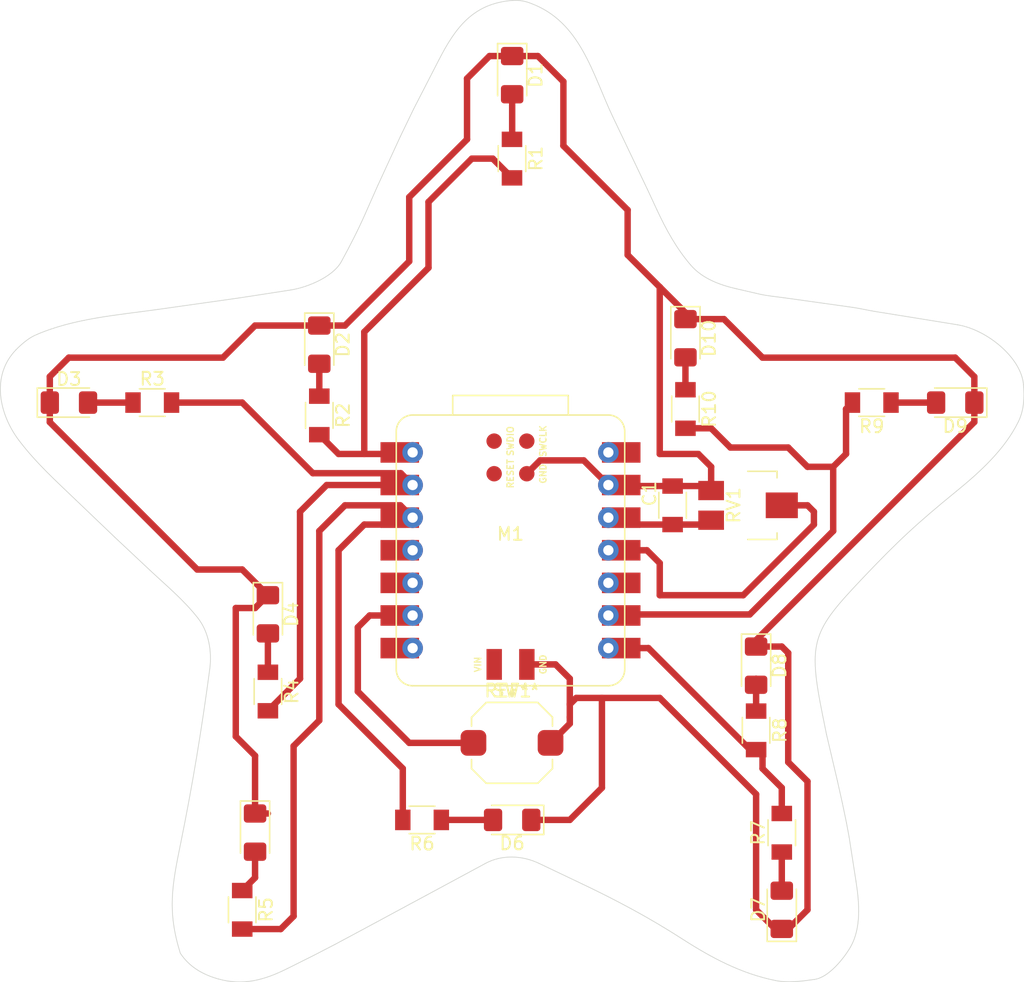
<source format=kicad_pcb>
(kicad_pcb (version 20241229) (generator "pcbnew") (generator_version "9.0")
  (layers (0 "F.Cu" signal) (2 "B.Cu" signal) (13 "F.Paste" user) (15 "B.Paste" user) (5 "F.SilkS" user "F.Silkscreen") (7 "B.SilkS" user "B.Silkscreen") (1 "F.Mask" user) (3 "B.Mask" user) (25 "Edge.Cuts" user))
  (net 0 "")
  (net 1 "GND")
  (net 2 "3V3")
  (net 4 "POT_BRIGHTNESS")
  (net 6 "LED_4")
  (net 7 "BUTTON")
  (net 9 "LED_8")
  (net 13 "LED_10")
  (net 14 "LED_2")
  (net 15 "LED_6")
  (net 17 "Net-(D1-A)")
  (net 18 "Net-(D2-A)")
  (net 19 "Net-(D3-A)")
  (net 20 "Net-(D4-A)")
  (net 21 "Net-(D5-A)")
  (net 22 "Net-(D6-A)")
  (net 23 "Net-(D7-A)")
  (net 24 "Net-(D8-A)")
  (net 25 "Net-(D9-A)")
  (net 26 "Net-(D10-A)")
  (net 33 "Net-(M1-VIN)")
  (footprint "PCM_fab:R_1206" (layer "F.Cu") (at 224.11 121.11 90)
    (property "Reference" "R7" (at 0 -1.85 90) (layer "F.SilkS"))
    (property "Value" "200 ohms")
    (fp_line (start -1 -1.07) (end 1 -1.07) (stroke (width 0.12)) (layer "F.SilkS"))
    (fp_line (start 1 1.07) (end -1 1.07) (stroke (width 0.12)) (layer "F.SilkS"))
    (pad "1" smd rect (at -1.5 0 90) (size 1.2 1.6) (layers "F.Cu" "F.Mask" "F.Paste") (net 23 "Net-(D7-A)"))
    (pad "2" smd rect (at 1.5 0 90) (size 1.2 1.6) (layers "F.Cu" "F.Mask" "F.Paste") (net 9 "LED_8"))
  )
  (footprint "Button_Switch_SMD:SW_Push_1TS009xxxx-xxxx-xxxx_6x6x5mm" (layer "F.Cu") (at 203.11 114.11)
    (property "Reference" "SW1" (at 0 -4.064 0) (layer "F.SilkS"))
    (property "Value" "SW_Push")
    (fp_line (start -3.15 -1.981) (end -2 -3.15) (stroke (width 0.12)) (layer "F.SilkS"))
    (fp_line (start -3.15 -1.3) (end -3.15 -1.981) (stroke (width 0.12)) (layer "F.SilkS"))
    (fp_line (start -3.15 1.3) (end -3.15 2) (stroke (width 0.12)) (layer "F.SilkS"))
    (fp_line (start -3.15 2) (end -2 3.15) (stroke (width 0.12)) (layer "F.SilkS"))
    (fp_line (start -2 -3.15) (end 2 -3.15) (stroke (width 0.12)) (layer "F.SilkS"))
    (fp_line (start -2 3.15) (end 2 3.15) (stroke (width 0.12)) (layer "F.SilkS"))
    (fp_line (start 2 -3.15) (end 3.15 -2) (stroke (width 0.12)) (layer "F.SilkS"))
    (fp_line (start 2 3.15) (end 3.15 2) (stroke (width 0.12)) (layer "F.SilkS"))
    (fp_line (start 3.15 -2) (end 3.15 -1.3) (stroke (width 0.12)) (layer "F.SilkS"))
    (fp_line (start 3.15 2) (end 3.15 1.3) (stroke (width 0.12)) (layer "F.SilkS"))
    (fp_text user "REF**" (at 0 -4.064 0) (layer "F.SilkS"))
    (pad "1" smd roundrect (at -3 0) (size 2 2) (layers "F.Cu" "F.Mask" "F.Paste") (net 7 "BUTTON"))
    (pad "2" smd roundrect (at 3 0) (size 2 2) (layers "F.Cu" "F.Mask" "F.Paste") (net 1 "GND"))
  )
  (footprint "LED_SMD:LED_1206_3216Metric_Pad1.42x1.75mm_HandSolder" (layer "F.Cu") (at 203.1225 120.11 180)
    (property "Reference" "D6" (at 0 -1.83 0) (layer "F.SilkS"))
    (property "Value" "LED")
    (fp_line (start 1.6 -1.135) (end -2.46 -1.135) (stroke (width 0.12)) (layer "F.SilkS"))
    (fp_line (start -2.46 1.135) (end 1.6 1.135) (stroke (width 0.12)) (layer "F.SilkS"))
    (fp_line (start -2.46 -1.135) (end -2.46 1.135) (stroke (width 0.12)) (layer "F.SilkS"))
    (pad "1" smd roundrect (at -1.4875 0 180) (size 1.425 1.75) (layers "F.Cu" "F.Mask" "F.Paste") (roundrect_rratio 0.175439) (net 1 "GND"))
    (pad "2" smd roundrect (at 1.4875 0 180) (size 1.425 1.75) (layers "F.Cu" "F.Mask" "F.Paste") (roundrect_rratio 0.175439) (net 22 "Net-(D6-A)"))
  )
  (footprint "LED_SMD:LED_1206_3216Metric_Pad1.42x1.75mm_HandSolder" (layer "F.Cu") (at 184.11 104.0975 -90)
    (property "Reference" "D4" (at 0 -1.83 90) (layer "F.SilkS"))
    (property "Value" "LED")
    (fp_line (start -2.46 1.135) (end 1.6 1.135) (stroke (width 0.12)) (layer "F.SilkS"))
    (fp_line (start -2.46 -1.135) (end -2.46 1.135) (stroke (width 0.12)) (layer "F.SilkS"))
    (fp_line (start 1.6 -1.135) (end -2.46 -1.135) (stroke (width 0.12)) (layer "F.SilkS"))
    (pad "1" smd roundrect (at -1.4875 0 270) (size 1.425 1.75) (layers "F.Cu" "F.Mask" "F.Paste") (roundrect_rratio 0.175439) (net 1 "GND"))
    (pad "2" smd roundrect (at 1.4875 0 270) (size 1.425 1.75) (layers "F.Cu" "F.Mask" "F.Paste") (roundrect_rratio 0.175439) (net 20 "Net-(D4-A)"))
  )
  (footprint "LED_SMD:LED_1206_3216Metric_Pad1.42x1.75mm_HandSolder" (layer "F.Cu") (at 224.11 127.11 90)
    (property "Reference" "D7" (at 0 -1.83 90) (layer "F.SilkS"))
    (property "Value" "LED")
    (fp_line (start 1.6 -1.135) (end -2.46 -1.135) (stroke (width 0.12)) (layer "F.SilkS"))
    (fp_line (start -2.46 -1.135) (end -2.46 1.135) (stroke (width 0.12)) (layer "F.SilkS"))
    (fp_line (start -2.46 1.135) (end 1.6 1.135) (stroke (width 0.12)) (layer "F.SilkS"))
    (pad "1" smd roundrect (at -1.4875 0 90) (size 1.425 1.75) (layers "F.Cu" "F.Mask" "F.Paste") (roundrect_rratio 0.175439) (net 1 "GND"))
    (pad "2" smd roundrect (at 1.4875 0 90) (size 1.425 1.75) (layers "F.Cu" "F.Mask" "F.Paste") (roundrect_rratio 0.175439) (net 23 "Net-(D7-A)"))
  )
  (footprint "PCM_fab:R_1206" (layer "F.Cu") (at 216.61 88.11 -90)
    (property "Reference" "R10" (at 0 -1.85 90) (layer "F.SilkS"))
    (property "Value" "200 ohms")
    (fp_line (start 1 1.07) (end -1 1.07) (stroke (width 0.12)) (layer "F.SilkS"))
    (fp_line (start -1 -1.07) (end 1 -1.07) (stroke (width 0.12)) (layer "F.SilkS"))
    (pad "1" smd rect (at -1.5 0 270) (size 1.2 1.6) (layers "F.Cu" "F.Mask" "F.Paste") (net 26 "Net-(D10-A)"))
    (pad "2" smd rect (at 1.5 0 270) (size 1.2 1.6) (layers "F.Cu" "F.Mask" "F.Paste") (net 13 "LED_10"))
  )
  (footprint "PCM_fab:SeeedStudio_XIAO_RP2040" (layer "F.Cu") (at 202.99 99.11)
    (property "Reference" "M1" (at 0 -1.27 0) (layer "F.SilkS"))
    (property "Value" "Module_XIAO-RP2040")
    (fp_line (start -8.8875 9.281) (end -8.8875 -9.261) (stroke (width 0.12)) (layer "F.SilkS"))
    (fp_line (start -7.6175 -10.531) (end 7.6225 -10.531) (stroke (width 0.12)) (layer "F.SilkS"))
    (fp_line (start 7.6225 10.551) (end -7.6175 10.551) (stroke (width 0.12)) (layer "F.SilkS"))
    (fp_line (start 8.8925 -9.261) (end 8.8925 9.281) (stroke (width 0.12)) (layer "F.SilkS"))
    (fp_rect (start -4.4975 -10.531) (end 4.5025 -12.055) (stroke (width 0.12)) (fill no) (layer "F.SilkS"))
    (fp_arc (start -8.8875 -9.261) (mid -8.515526 -10.159026) (end -7.6175 -10.531) (stroke (width 0.12)) (layer "F.SilkS"))
    (fp_arc (start -7.6175 10.551) (mid -8.515526 10.179026) (end -8.8875 9.281) (stroke (width 0.12)) (layer "F.SilkS"))
    (fp_arc (start 7.6225 -10.531) (mid 8.520526 -10.159026) (end 8.8925 -9.261) (stroke (width 0.12)) (layer "F.SilkS"))
    (fp_arc (start 8.8925 9.281) (mid 8.520526 10.179026) (end 7.6225 10.551) (stroke (width 0.12)) (layer "F.SilkS"))
    (fp_text user "GND" (at 2.545 8.89 90) (layer "F.SilkS") (effects (font (size 0.5 0.5) (thickness 0.1) (bold yes))))
    (fp_text user "GND" (at 2.54 -5.96 90) (layer "F.SilkS") (effects (font (size 0.5 0.5) (thickness 0.1) (bold yes))))
    (fp_text user "RESET" (at 0 -5.96 90) (layer "F.SilkS") (effects (font (size 0.5 0.5) (thickness 0.1) (bold yes))))
    (fp_text user "VIN" (at -2.535 8.89 90) (layer "F.SilkS") (effects (font (size 0.5 0.5) (thickness 0.1) (bold yes))))
    (fp_text user "SWDIO" (at 0 -8.5 90) (layer "F.SilkS") (effects (font (size 0.5 0.5) (thickness 0.1) (bold yes))))
    (fp_text user "SWCLK" (at 2.54 -8.5 90) (layer "F.SilkS") (effects (font (size 0.5 0.5) (thickness 0.1) (bold yes))))
    (pad "1" thru_hole circle (at -7.615 -7.62) (size 1.6 1.6) (drill 0.8) (layers "*.Cu" "*.Mask") (net 14 "LED_2"))
    (pad "1" smd rect (at -7.615 -7.62) (size 3 1.6) (drill (offset -1 0)) (layers "F.Cu" "F.Mask" "F.Paste") (net 14 "LED_2"))
    (pad "2" thru_hole circle (at -7.615 -5.08) (size 1.6 1.6) (drill 0.8) (layers "*.Cu" "*.Mask") (net 6 "LED_4"))
    (pad "2" smd rect (at -7.615 -5.08) (size 3 1.6) (drill (offset -1 0)) (layers "F.Cu" "F.Mask" "F.Paste") (net 6 "LED_4"))
    (pad "3" thru_hole circle (at -7.615 -2.54) (size 1.6 1.6) (drill 0.8) (layers "*.Cu" "*.Mask") (net 15 "LED_6"))
    (pad "3" smd rect (at -7.615 -2.54) (size 3 1.6) (drill (offset -1 0)) (layers "F.Cu" "F.Mask" "F.Paste") (net 15 "LED_6"))
    (pad "4" thru_hole circle (at -7.615 0) (size 1.6 1.6) (drill 0.8) (layers "*.Cu" "*.Mask"))
    (pad "4" smd rect (at -7.615 0) (size 3 1.6) (drill (offset -1 0)) (layers "F.Cu" "F.Mask" "F.Paste"))
    (pad "5" thru_hole circle (at -7.615 2.54) (size 1.6 1.6) (drill 0.8) (layers "*.Cu" "*.Mask"))
    (pad "5" smd rect (at -7.615 2.54) (size 3 1.6) (drill (offset -1 0)) (layers "F.Cu" "F.Mask" "F.Paste"))
    (pad "6" thru_hole circle (at -7.615 5.08) (size 1.6 1.6) (drill 0.8) (layers "*.Cu" "*.Mask") (net 7 "BUTTON"))
    (pad "6" smd rect (at -7.615 5.08) (size 3 1.6) (drill (offset -1 0)) (layers "F.Cu" "F.Mask" "F.Paste") (net 7 "BUTTON"))
    (pad "7" thru_hole circle (at -7.615 7.62) (size 1.6 1.6) (drill 0.8) (layers "*.Cu" "*.Mask"))
    (pad "7" smd rect (at -7.615 7.62) (size 3 1.6) (drill (offset -1 0)) (layers "F.Cu" "F.Mask" "F.Paste"))
    (pad "8" thru_hole circle (at 7.62 7.62) (size 1.6 1.6) (drill 0.8) (layers "*.Cu" "*.Mask") (net 9 "LED_8"))
    (pad "8" smd rect (at 7.62 7.62) (size 3 1.6) (drill (offset 1 0)) (layers "F.Cu" "F.Mask" "F.Paste") (net 9 "LED_8"))
    (pad "9" thru_hole circle (at 7.62 5.08) (size 1.6 1.6) (drill 0.8) (layers "*.Cu" "*.Mask") (net 13 "LED_10"))
    (pad "9" smd rect (at 7.62 5.08) (size 3 1.6) (drill (offset 1 0)) (layers "F.Cu" "F.Mask" "F.Paste") (net 13 "LED_10"))
    (pad "10" thru_hole circle (at 7.62 2.54) (size 1.6 1.6) (drill 0.8) (layers "*.Cu" "*.Mask"))
    (pad "10" smd rect (at 7.62 2.54) (size 3 1.6) (drill (offset 1 0)) (layers "F.Cu" "F.Mask" "F.Paste"))
    (pad "11" thru_hole circle (at 7.62 0) (size 1.6 1.6) (drill 0.8) (layers "*.Cu" "*.Mask") (net 4 "POT_BRIGHTNESS"))
    (pad "11" smd rect (at 7.62 0) (size 3 1.6) (drill (offset 1 0)) (layers "F.Cu" "F.Mask" "F.Paste") (net 4 "POT_BRIGHTNESS"))
    (pad "12" thru_hole circle (at 7.62 -2.54) (size 1.6 1.6) (drill 0.8) (layers "*.Cu" "*.Mask") (net 2 "3V3"))
    (pad "12" smd rect (at 7.62 -2.54) (size 3 1.6) (drill (offset 1 0)) (layers "F.Cu" "F.Mask" "F.Paste") (net 2 "3V3"))
    (pad "13" thru_hole circle (at 7.62 -5.08) (size 1.6 1.6) (drill 0.8) (layers "*.Cu" "*.Mask") (net 1 "GND"))
    (pad "13" smd rect (at 7.62 -5.08) (size 3 1.6) (drill (offset 1 0)) (layers "F.Cu" "F.Mask" "F.Paste") (net 1 "GND"))
    (pad "14" thru_hole circle (at 7.62 -7.62) (size 1.6 1.6) (drill 0.8) (layers "*.Cu" "*.Mask"))
    (pad "14" smd rect (at 7.62 -7.62) (size 3 1.6) (drill (offset 1 0)) (layers "F.Cu" "F.Mask" "F.Paste"))
    (pad "15" smd rect (at 1.275 8.89 270) (size 2.4 1.2) (layers "F.Cu" "F.Mask" "F.Paste") (net 1 "GND"))
    (pad "16" smd rect (at -1.265 8.89 270) (size 2.4 1.2) (layers "F.Cu" "F.Mask" "F.Paste") (net 33 "Net-(M1-VIN)"))
    (pad "17" smd circle (at -1.27 -8.5) (size 1.2 1.2) (layers "F.Cu" "F.Mask" "F.Paste"))
    (pad "18" smd circle (at -1.27 -5.96) (size 1.2 1.2) (layers "F.Cu" "F.Mask" "F.Paste"))
    (pad "19" smd circle (at 1.27 -5.96) (size 1.2 1.2) (layers "F.Cu" "F.Mask" "F.Paste") (net 1 "GND"))
    (pad "20" smd circle (at 1.27 -8.5) (size 1.2 1.2) (layers "F.Cu" "F.Mask" "F.Paste"))
  )
  (footprint "LED_SMD:LED_1206_3216Metric_Pad1.42x1.75mm_HandSolder" (layer "F.Cu") (at 168.6225 87.61)
    (property "Reference" "D3" (at 0 -1.83 0) (layer "F.SilkS"))
    (property "Value" "LED")
    (fp_line (start -2.46 -1.135) (end -2.46 1.135) (stroke (width 0.12)) (layer "F.SilkS"))
    (fp_line (start -2.46 1.135) (end 1.6 1.135) (stroke (width 0.12)) (layer "F.SilkS"))
    (fp_line (start 1.6 -1.135) (end -2.46 -1.135) (stroke (width 0.12)) (layer "F.SilkS"))
    (pad "1" smd roundrect (at -1.4875 0) (size 1.425 1.75) (layers "F.Cu" "F.Mask" "F.Paste") (roundrect_rratio 0.175439) (net 1 "GND"))
    (pad "2" smd roundrect (at 1.4875 0) (size 1.425 1.75) (layers "F.Cu" "F.Mask" "F.Paste") (roundrect_rratio 0.175439) (net 19 "Net-(D3-A)"))
  )
  (footprint "PCM_fab:R_1206" (layer "F.Cu") (at 188.11 88.61 -90)
    (property "Reference" "R2" (at 0 -1.85 90) (layer "F.SilkS"))
    (property "Value" "200 ohms")
    (fp_line (start 1 1.07) (end -1 1.07) (stroke (width 0.12)) (layer "F.SilkS"))
    (fp_line (start -1 -1.07) (end 1 -1.07) (stroke (width 0.12)) (layer "F.SilkS"))
    (pad "1" smd rect (at -1.5 0 270) (size 1.2 1.6) (layers "F.Cu" "F.Mask" "F.Paste") (net 18 "Net-(D2-A)"))
    (pad "2" smd rect (at 1.5 0 270) (size 1.2 1.6) (layers "F.Cu" "F.Mask" "F.Paste") (net 14 "LED_2"))
  )
  (footprint "PCM_fab:R_1206" (layer "F.Cu") (at 231.11 87.61 180)
    (property "Reference" "R9" (at 0 -1.85 0) (layer "F.SilkS"))
    (property "Value" "200 ohms")
    (fp_line (start 1 1.07) (end -1 1.07) (stroke (width 0.12)) (layer "F.SilkS"))
    (fp_line (start -1 -1.07) (end 1 -1.07) (stroke (width 0.12)) (layer "F.SilkS"))
    (pad "1" smd rect (at -1.5 0 180) (size 1.2 1.6) (layers "F.Cu" "F.Mask" "F.Paste") (net 25 "Net-(D9-A)"))
    (pad "2" smd rect (at 1.5 0 180) (size 1.2 1.6) (layers "F.Cu" "F.Mask" "F.Paste") (net 13 "LED_10"))
  )
  (footprint "LED_SMD:LED_1206_3216Metric_Pad1.42x1.75mm_HandSolder" (layer "F.Cu") (at 237.61 87.61 180)
    (property "Reference" "D9" (at 0 -1.83 0) (layer "F.SilkS"))
    (property "Value" "LED")
    (fp_line (start 1.6 -1.135) (end -2.46 -1.135) (stroke (width 0.12)) (layer "F.SilkS"))
    (fp_line (start -2.46 1.135) (end 1.6 1.135) (stroke (width 0.12)) (layer "F.SilkS"))
    (fp_line (start -2.46 -1.135) (end -2.46 1.135) (stroke (width 0.12)) (layer "F.SilkS"))
    (pad "1" smd roundrect (at -1.4875 0 180) (size 1.425 1.75) (layers "F.Cu" "F.Mask" "F.Paste") (roundrect_rratio 0.175439) (net 1 "GND"))
    (pad "2" smd roundrect (at 1.4875 0 180) (size 1.425 1.75) (layers "F.Cu" "F.Mask" "F.Paste") (roundrect_rratio 0.175439) (net 25 "Net-(D9-A)"))
  )
  (footprint "LED_SMD:LED_1206_3216Metric_Pad1.42x1.75mm_HandSolder" (layer "F.Cu") (at 188.11 83.0975 -90)
    (property "Reference" "D2" (at 0 -1.83 90) (layer "F.SilkS"))
    (property "Value" "LED")
    (fp_line (start -2.46 1.135) (end 1.6 1.135) (stroke (width 0.12)) (layer "F.SilkS"))
    (fp_line (start -2.46 -1.135) (end -2.46 1.135) (stroke (width 0.12)) (layer "F.SilkS"))
    (fp_line (start 1.6 -1.135) (end -2.46 -1.135) (stroke (width 0.12)) (layer "F.SilkS"))
    (pad "1" smd roundrect (at -1.4875 0 270) (size 1.425 1.75) (layers "F.Cu" "F.Mask" "F.Paste") (roundrect_rratio 0.175439) (net 1 "GND"))
    (pad "2" smd roundrect (at 1.4875 0 270) (size 1.425 1.75) (layers "F.Cu" "F.Mask" "F.Paste") (roundrect_rratio 0.175439) (net 18 "Net-(D2-A)"))
  )
  (footprint "PCM_fab:Potentiometer_TT_Model-23_4.5x5.0x3.0mm" (layer "F.Cu") (at 221.36 95.61 -90)
    (property "Reference" "RV1" (at 0 1 90) (layer "F.SilkS"))
    (property "Value" "R_POT_10K_Trimmer")
    (fp_line (start -2.65 -0.1) (end -2.65 -2.38) (stroke (width 0.12)) (layer "F.SilkS"))
    (fp_line (start -2.65 -2.38) (end -2.14 -2.38) (stroke (width 0.12)) (layer "F.SilkS"))
    (fp_line (start 2.15 -2.38) (end 2.66 -2.38) (stroke (width 0.12)) (layer "F.SilkS"))
    (fp_line (start 2.66 -2.38) (end 2.66 -0.1) (stroke (width 0.12)) (layer "F.SilkS"))
    (pad "1" smd rect (at 1.16 2.75 270) (size 1.5 2) (layers "F.Cu" "F.Mask" "F.Paste") (net 2 "3V3"))
    (pad "2" smd rect (at 0 -2.75 270) (size 2 2.5) (layers "F.Cu" "F.Mask" "F.Paste") (net 4 "POT_BRIGHTNESS"))
    (pad "3" smd rect (at -1.15 2.75 270) (size 1.5 2) (layers "F.Cu" "F.Mask" "F.Paste") (net 1 "GND"))
  )
  (footprint "PCM_fab:R_1206" (layer "F.Cu") (at 184.11 110.11 -90)
    (property "Reference" "R4" (at 0 -1.85 90) (layer "F.SilkS"))
    (property "Value" "200 ohms")
    (fp_line (start 1 1.07) (end -1 1.07) (stroke (width 0.12)) (layer "F.SilkS"))
    (fp_line (start -1 -1.07) (end 1 -1.07) (stroke (width 0.12)) (layer "F.SilkS"))
    (pad "1" smd rect (at -1.5 0 270) (size 1.2 1.6) (layers "F.Cu" "F.Mask" "F.Paste") (net 20 "Net-(D4-A)"))
    (pad "2" smd rect (at 1.5 0 270) (size 1.2 1.6) (layers "F.Cu" "F.Mask" "F.Paste") (net 6 "LED_4"))
  )
  (footprint "PCM_fab:R_1206" (layer "F.Cu") (at 203.11 68.61 -90)
    (property "Reference" "R1" (at 0 -1.85 90) (layer "F.SilkS"))
    (property "Value" "200 ohms")
    (fp_line (start 1 1.07) (end -1 1.07) (stroke (width 0.12)) (layer "F.SilkS"))
    (fp_line (start -1 -1.07) (end 1 -1.07) (stroke (width 0.12)) (layer "F.SilkS"))
    (pad "1" smd rect (at -1.5 0 270) (size 1.2 1.6) (layers "F.Cu" "F.Mask" "F.Paste") (net 17 "Net-(D1-A)"))
    (pad "2" smd rect (at 1.5 0 270) (size 1.2 1.6) (layers "F.Cu" "F.Mask" "F.Paste") (net 14 "LED_2"))
  )
  (footprint "PCM_fab:C_1206" (layer "F.Cu") (at 215.61 95.61 90)
    (property "Reference" "C1" (at 0.9 -1.8 90) (layer "F.SilkS"))
    (property "Value" "C_1206")
    (fp_line (start -1 -1.07) (end 1 -1.07) (stroke (width 0.12)) (layer "F.SilkS"))
    (fp_line (start 1 1.07) (end -1 1.07) (stroke (width 0.12)) (layer "F.SilkS"))
    (pad "1" smd rect (at -1.5 0 90) (size 1.2 1.6) (layers "F.Cu" "F.Mask" "F.Paste") (net 2 "3V3"))
    (pad "2" smd rect (at 1.5 0 90) (size 1.2 1.6) (layers "F.Cu" "F.Mask" "F.Paste") (net 1 "GND"))
  )
  (footprint "LED_SMD:LED_1206_3216Metric_Pad1.42x1.75mm_HandSolder" (layer "F.Cu") (at 216.61 82.5975 -90)
    (property "Reference" "D10" (at 0 -1.83 90) (layer "F.SilkS"))
    (property "Value" "LED")
    (fp_line (start -2.46 1.135) (end 1.6 1.135) (stroke (width 0.12)) (layer "F.SilkS"))
    (fp_line (start -2.46 -1.135) (end -2.46 1.135) (stroke (width 0.12)) (layer "F.SilkS"))
    (fp_line (start 1.6 -1.135) (end -2.46 -1.135) (stroke (width 0.12)) (layer "F.SilkS"))
    (pad "1" smd roundrect (at -1.4875 0 270) (size 1.425 1.75) (layers "F.Cu" "F.Mask" "F.Paste") (roundrect_rratio 0.175439) (net 1 "GND"))
    (pad "2" smd roundrect (at 1.4875 0 270) (size 1.425 1.75) (layers "F.Cu" "F.Mask" "F.Paste") (roundrect_rratio 0.175439) (net 26 "Net-(D10-A)"))
  )
  (footprint "LED_SMD:LED_1206_3216Metric_Pad1.42x1.75mm_HandSolder" (layer "F.Cu") (at 222.11 108.0975 -90)
    (property "Reference" "D8" (at 0 -1.83 90) (layer "F.SilkS"))
    (property "Value" "LED")
    (fp_line (start -2.46 1.135) (end 1.6 1.135) (stroke (width 0.12)) (layer "F.SilkS"))
    (fp_line (start -2.46 -1.135) (end -2.46 1.135) (stroke (width 0.12)) (layer "F.SilkS"))
    (fp_line (start 1.6 -1.135) (end -2.46 -1.135) (stroke (width 0.12)) (layer "F.SilkS"))
    (pad "1" smd roundrect (at -1.4875 0 270) (size 1.425 1.75) (layers "F.Cu" "F.Mask" "F.Paste") (roundrect_rratio 0.175439) (net 1 "GND"))
    (pad "2" smd roundrect (at 1.4875 0 270) (size 1.425 1.75) (layers "F.Cu" "F.Mask" "F.Paste") (roundrect_rratio 0.175439) (net 24 "Net-(D8-A)"))
  )
  (footprint "PCM_fab:R_1206" (layer "F.Cu") (at 196.11 120.11 180)
    (property "Reference" "R6" (at 0 -1.85 0) (layer "F.SilkS"))
    (property "Value" "200 ohms")
    (fp_line (start 1 1.07) (end -1 1.07) (stroke (width 0.12)) (layer "F.SilkS"))
    (fp_line (start -1 -1.07) (end 1 -1.07) (stroke (width 0.12)) (layer "F.SilkS"))
    (pad "1" smd rect (at -1.5 0 180) (size 1.2 1.6) (layers "F.Cu" "F.Mask" "F.Paste") (net 22 "Net-(D6-A)"))
    (pad "2" smd rect (at 1.5 0 180) (size 1.2 1.6) (layers "F.Cu" "F.Mask" "F.Paste") (net 15 "LED_6"))
  )
  (footprint "PCM_fab:R_1206" (layer "F.Cu") (at 222.11 113.135 -90)
    (property "Reference" "R8" (at 0 -1.85 90) (layer "F.SilkS"))
    (property "Value" "200 ohms")
    (fp_line (start 1 1.07) (end -1 1.07) (stroke (width 0.12)) (layer "F.SilkS"))
    (fp_line (start -1 -1.07) (end 1 -1.07) (stroke (width 0.12)) (layer "F.SilkS"))
    (pad "1" smd rect (at -1.5 0 270) (size 1.2 1.6) (layers "F.Cu" "F.Mask" "F.Paste") (net 24 "Net-(D8-A)"))
    (pad "2" smd rect (at 1.5 0 270) (size 1.2 1.6) (layers "F.Cu" "F.Mask" "F.Paste") (net 9 "LED_8"))
  )
  (footprint "LED_SMD:LED_1206_3216Metric_Pad1.42x1.75mm_HandSolder" (layer "F.Cu") (at 203.1225 62.11 -90)
    (property "Reference" "D1" (at 0 -1.83 90) (layer "F.SilkS"))
    (property "Value" "LED")
    (fp_line (start -2.46 1.135) (end 1.6 1.135) (stroke (width 0.12)) (layer "F.SilkS"))
    (fp_line (start -2.46 -1.135) (end -2.46 1.135) (stroke (width 0.12)) (layer "F.SilkS"))
    (fp_line (start 1.6 -1.135) (end -2.46 -1.135) (stroke (width 0.12)) (layer "F.SilkS"))
    (pad "1" smd roundrect (at -1.4875 0 270) (size 1.425 1.75) (layers "F.Cu" "F.Mask" "F.Paste") (roundrect_rratio 0.175439) (net 1 "GND"))
    (pad "2" smd roundrect (at 1.4875 0 270) (size 1.425 1.75) (layers "F.Cu" "F.Mask" "F.Paste") (roundrect_rratio 0.175439) (net 17 "Net-(D1-A)"))
  )
  (footprint "PCM_fab:R_1206" (layer "F.Cu") (at 182.11 127.11 -90)
    (property "Reference" "R5" (at 0 -1.85 90) (layer "F.SilkS"))
    (property "Value" "200 ohms")
    (fp_line (start 1 1.07) (end -1 1.07) (stroke (width 0.12)) (layer "F.SilkS"))
    (fp_line (start -1 -1.07) (end 1 -1.07) (stroke (width 0.12)) (layer "F.SilkS"))
    (pad "1" smd rect (at -1.5 0 270) (size 1.2 1.6) (layers "F.Cu" "F.Mask" "F.Paste") (net 21 "Net-(D5-A)"))
    (pad "2" smd rect (at 1.5 0 270) (size 1.2 1.6) (layers "F.Cu" "F.Mask" "F.Paste") (net 15 "LED_6"))
  )
  (footprint "LED_SMD:LED_1206_3216Metric_Pad1.42x1.75mm_HandSolder" (layer "F.Cu") (at 183.11 121.0975 -90)
    (property "Reference" "D5" (hide yes))
    (property "Value" "LED")
    (fp_line (start -2.46 1.135) (end 1.6 1.135) (stroke (width 0.12)) (layer "F.SilkS"))
    (fp_line (start -2.46 -1.135) (end -2.46 1.135) (stroke (width 0.12)) (layer "F.SilkS"))
    (fp_line (start 1.6 -1.135) (end -2.46 -1.135) (stroke (width 0.12)) (layer "F.SilkS"))
    (pad "1" smd roundrect (at -1.4875 0 270) (size 1.425 1.75) (layers "F.Cu" "F.Mask" "F.Paste") (roundrect_rratio 0.175439) (net 1 "GND"))
    (pad "2" smd roundrect (at 1.4875 0 270) (size 1.425 1.75) (layers "F.Cu" "F.Mask" "F.Paste") (roundrect_rratio 0.175439) (net 21 "Net-(D5-A)"))
  )
  (footprint "PCM_fab:R_1206" (layer "F.Cu") (at 175.11 87.61)
    (property "Reference" "R3" (at 0 -1.85 0) (layer "F.SilkS"))
    (property "Value" "200 ohms")
    (fp_line (start -1 -1.07) (end 1 -1.07) (stroke (width 0.12)) (layer "F.SilkS"))
    (fp_line (start 1 1.07) (end -1 1.07) (stroke (width 0.12)) (layer "F.SilkS"))
    (pad "1" smd rect (at -1.5 0) (size 1.2 1.6) (layers "F.Cu" "F.Mask" "F.Paste") (net 19 "Net-(D3-A)"))
    (pad "2" smd rect (at 1.5 0) (size 1.2 1.6) (layers "F.Cu" "F.Mask" "F.Paste") (net 6 "LED_4"))
  )
  (gr_line (start 224.218567 79.437389) (end 227.399072 79.881851) (stroke (width 0.057749)) (layer "Edge.Cuts"))
  (gr_line (start 192.663476 70.700937) (end 194.423345 66.878462) (stroke (width 0.057749)) (layer "Edge.Cuts"))
  (gr_curve (pts (xy 179.582418 108.368218) (xy 179.766859 106.979876) (xy 179.506838 105.470547) (xy 178.660888 104.389508)) (stroke (width 0.057749)) (layer "Edge.Cuts"))
  (gr_curve (pts (xy 226.67012 132.528857) (xy 225.635499 132.67543) (xy 224.600737 132.816756) (xy 223.61098 132.616715)) (stroke (width 0.057749)) (layer "Edge.Cuts"))
  (gr_curve (pts (xy 189.823979 76.63596) (xy 190.507332 75.386747) (xy 191.117973 74.195856) (xy 191.689236 72.904031)) (stroke (width 0.057749)) (layer "Edge.Cuts"))
  (gr_curve (pts (xy 229.646826 80.198456) (xy 230.243004 80.28243) (xy 230.800817 80.423342) (xy 231.383873 80.516872)) (stroke (width 0.057749)) (layer "Edge.Cuts"))
  (gr_line (start 213.644279 70.992573) (end 214.38693 72.591714) (stroke (width 0.057749)) (layer "Edge.Cuts"))
  (gr_line (start 189.328693 129.805415) (end 187.710522 130.643691) (stroke (width 0.057749)) (layer "Edge.Cuts"))
  (gr_curve (pts (xy 237.782779 81.550223) (xy 240.086546 81.923057) (xy 242.751351 84.123881) (xy 242.920414 86.203053)) (stroke (width 0.057749)) (layer "Edge.Cuts"))
  (gr_curve (pts (xy 242.920414 86.203053) (xy 243.001226 87.196884) (xy 242.971016 88.191507) (xy 242.51601 89.113457)) (stroke (width 0.057749)) (layer "Edge.Cuts"))
  (gr_line (start 174.92602 100.662919) (end 172.202663 98.10634) (stroke (width 0.057749)) (layer "Edge.Cuts"))
  (gr_line (start 196.43666 125.982514) (end 195.139156 126.679826) (stroke (width 0.057749)) (layer "Edge.Cuts"))
  (gr_curve (pts (xy 214.38693 72.591714) (xy 215.100049 74.127263) (xy 215.91216 75.610037) (xy 217.015729 76.894643)) (stroke (width 0.057749)) (layer "Edge.Cuts"))
  (gr_line (start 227.288939 111.961811) (end 227.591465 113.460529) (stroke (width 0.057749)) (layer "Edge.Cuts"))
  (gr_curve (pts (xy 177.291431 130.490678) (xy 176.263424 127.182503) (xy 176.652849 125.208677) (xy 177.329257 121.884426)) (stroke (width 0.057749)) (layer "Edge.Cuts"))
  (gr_curve (pts (xy 164.734094 90.555125) (xy 163.211141 88.546186) (xy 162.529464 85.540653) (xy 164.5 83.5)) (stroke (width 0.057749)) (layer "Edge.Cuts"))
  (gr_line (start 194.423345 66.878462) (end 195.452527 64.747617) (stroke (width 0.057749)) (layer "Edge.Cuts"))
  (gr_line (start 229.350509 121.448046) (end 229.883423 124.878263) (stroke (width 0.057749)) (layer "Edge.Cuts"))
  (gr_line (start 231.383873 80.516872) (end 232.947732 80.767737) (stroke (width 0.057749)) (layer "Edge.Cuts"))
  (gr_line (start 195.139156 126.679826) (end 192.568887 128.066417) (stroke (width 0.057749)) (layer "Edge.Cuts"))
  (gr_curve (pts (xy 169.169407 95.202674) (xy 167.603451 93.70362) (xy 166.055292 92.297927) (xy 164.734094 90.555125)) (stroke (width 0.057749)) (layer "Edge.Cuts"))
  (gr_line (start 210.953026 65.345412) (end 213.644279 70.992573) (stroke (width 0.057749)) (layer "Edge.Cuts"))
  (gr_line (start 232.947732 80.767737) (end 237.782779 81.550223) (stroke (width 0.057749)) (layer "Edge.Cuts"))
  (gr_curve (pts (xy 203.149046 56.292079) (xy 203.629881 56.257106) (xy 204.130903 56.335269) (xy 204.567557 56.515444)) (stroke (width 0.057749)) (layer "Edge.Cuts"))
  (gr_line (start 220.624458 78.758433) (end 222.376545 79.161454) (stroke (width 0.057749)) (layer "Edge.Cuts"))
  (gr_curve (pts (xy 185.615577 131.690299) (xy 183.834317 132.580194) (xy 182.183282 133.041941) (xy 180.229944 132.489732)) (stroke (width 0.057749)) (layer "Edge.Cuts"))
  (gr_curve (pts (xy 230.419273 101.26855) (xy 226.499298 105.403677) (xy 226.118051 106.161219) (xy 227.288939 111.961811)) (stroke (width 0.057749)) (layer "Edge.Cuts"))
  (gr_curve (pts (xy 242.51601 89.113457) (xy 241.453812 91.265719) (xy 239.550431 93.005592) (xy 237.701903 94.51194)) (stroke (width 0.057749)) (layer "Edge.Cuts"))
  (gr_curve (pts (xy 237.701903 94.51194) (xy 234.654533 96.995213) (xy 233.120453 98.419113) (xy 230.419273 101.26855)) (stroke (width 0.057749)) (layer "Edge.Cuts"))
  (gr_curve (pts (xy 165.964357 82.377087) (xy 168.915713 81.056381) (xy 172.432824 80.794761) (xy 175.557841 80.352926)) (stroke (width 0.057749)) (layer "Edge.Cuts"))
  (gr_curve (pts (xy 229.445506 130.026622) (xy 228.914626 130.939336) (xy 227.744041 132.376715) (xy 226.67012 132.528857)) (stroke (width 0.057749)) (layer "Edge.Cuts"))
  (gr_line (start 227.591465 113.460529) (end 227.96395 115.049106) (stroke (width 0.057749)) (layer "Edge.Cuts"))
  (gr_line (start 191.689236 72.904031) (end 192.663476 70.700937) (stroke (width 0.057749)) (layer "Edge.Cuts"))
  (gr_line (start 228.827398 118.813176) (end 229.146021 120.343991) (stroke (width 0.057749)) (layer "Edge.Cuts"))
  (gr_curve (pts (xy 177.329257 121.884426) (xy 178.247961 117.369395) (xy 178.974449 112.944567) (xy 179.582418 108.368218)) (stroke (width 0.057749)) (layer "Edge.Cuts"))
  (gr_curve (pts (xy 216.33646 129.362716) (xy 213.823807 127.743342) (xy 211.266804 126.37863) (xy 208.571383 125.094575)) (stroke (width 0.057749)) (layer "Edge.Cuts"))
  (gr_curve (pts (xy 205.212568 123.49449) (xy 203.911628 122.874744) (xy 202.337892 122.797748) (xy 201.050242 123.492664)) (stroke (width 0.057749)) (layer "Edge.Cuts"))
  (gr_curve (pts (xy 197.409419 60.938265) (xy 198.684134 58.456862) (xy 200.06283 56.516548) (xy 203.149046 56.292079)) (stroke (width 0.057749)) (layer "Edge.Cuts"))
  (gr_curve (pts (xy 180.229944 132.489732) (xy 179.022602 132.148416) (xy 177.991635 131.550709) (xy 177.291431 130.490678)) (stroke (width 0.057749)) (layer "Edge.Cuts"))
  (gr_line (start 227.399072 79.881851) (end 229.646826 80.198456) (stroke (width 0.057749)) (layer "Edge.Cuts"))
  (gr_line (start 229.146021 120.343991) (end 229.350509 121.448046) (stroke (width 0.057749)) (layer "Edge.Cuts"))
  (gr_line (start 227.96395 115.049106) (end 228.441265 117.084428) (stroke (width 0.057749)) (layer "Edge.Cuts"))
  (gr_line (start 172.202663 98.10634) (end 169.169407 95.202674) (stroke (width 0.057749)) (layer "Edge.Cuts"))
  (gr_line (start 201.050242 123.492664) (end 196.43666 125.982514) (stroke (width 0.057749)) (layer "Edge.Cuts"))
  (gr_curve (pts (xy 178.660888 104.389508) (xy 177.554909 102.976177) (xy 176.219873 101.877537) (xy 174.92602 100.662919)) (stroke (width 0.057749)) (layer "Edge.Cuts"))
  (gr_line (start 192.568887 128.066417) (end 191.06783 128.87425) (stroke (width 0.057749)) (layer "Edge.Cuts"))
  (gr_line (start 187.710522 130.643691) (end 185.615577 131.690299) (stroke (width 0.057749)) (layer "Edge.Cuts"))
  (gr_curve (pts (xy 229.883423 124.878263) (xy 230.146996 126.574809) (xy 230.309183 128.541749) (xy 229.445506 130.026622)) (stroke (width 0.057749)) (layer "Edge.Cuts"))
  (gr_line (start 195.452527 64.747617) (end 197.409419 60.938265) (stroke (width 0.057749)) (layer "Edge.Cuts"))
  (gr_curve (pts (xy 222.376545 79.161454) (xy 222.983396 79.301044) (xy 223.605084 79.351657) (xy 224.218567 79.437389)) (stroke (width 0.057749)) (layer "Edge.Cuts"))
  (gr_line (start 181.83919 79.464828) (end 185.855611 78.846239) (stroke (width 0.057749)) (layer "Edge.Cuts"))
  (gr_line (start 175.557841 80.352926) (end 181.83919 79.464828) (stroke (width 0.057749)) (layer "Edge.Cuts"))
  (gr_curve (pts (xy 164.5 83.5) (xy 164.892428 83.093608) (xy 165.472684 82.597107) (xy 165.964357 82.377087)) (stroke (width 0.057749)) (layer "Edge.Cuts"))
  (gr_line (start 228.441265 117.084428) (end 228.827398 118.813176) (stroke (width 0.057749)) (layer "Edge.Cuts"))
  (gr_curve (pts (xy 223.61098 132.616715) (xy 220.932896 132.075446) (xy 218.615648 130.831625) (xy 216.33646 129.362716)) (stroke (width 0.057749)) (layer "Edge.Cuts"))
  (gr_line (start 191.06783 128.87425) (end 189.328693 129.805415) (stroke (width 0.057749)) (layer "Edge.Cuts"))
  (gr_curve (pts (xy 185.855611 78.846239) (xy 187.228564 78.634784) (xy 189.187016 77.800367) (xy 189.823979 76.63596)) (stroke (width 0.057749)) (layer "Edge.Cuts"))
  (gr_line (start 208.571383 125.094575) (end 205.212568 123.49449) (stroke (width 0.057749)) (layer "Edge.Cuts"))
  (gr_curve (pts (xy 204.567557 56.515444) (xy 208.455691 57.946959) (xy 209.383566 62.052153) (xy 210.953026 65.345412)) (stroke (width 0.057749)) (layer "Edge.Cuts"))
  (gr_curve (pts (xy 217.015729 76.894643) (xy 217.93984 77.970351) (xy 219.292066 78.451952) (xy 220.624458 78.758433)) (stroke (width 0.057749)) (layer "Edge.Cuts"))
  (segment (start 199.61 67.11) (end 195.11 71.61) (width 0.5) (layer "F.Cu") (net 1))
  (segment (start 178.61 100.61) (end 182.11 100.61) (width 0.5) (layer "F.Cu") (net 1))
  (segment (start 190.11 81.61) (end 188.11 81.61) (width 0.5) (layer "F.Cu") (net 1))
  (segment (start 207.61 111.11) (end 207.61 112.11) (width 0.5) (layer "F.Cu") (net 1))
  (segment (start 219.61 81.11) (end 216.61 81.11) (width 0.5) (layer "F.Cu") (net 1))
  (segment (start 224.11 128.5975) (end 223.5975 128.5975) (width 0.5) (layer "F.Cu") (net 1))
  (segment (start 199.61 62.3725) (end 199.61 67.11) (width 0.5) (layer "F.Cu") (net 1))
  (segment (start 207.61 120.11) (end 210.11 117.61) (width 0.5) (layer "F.Cu") (net 1))
  (segment (start 180.61 84.11) (end 168.61 84.11) (width 0.5) (layer "F.Cu") (net 1))
  (segment (start 167.135 89.135) (end 178.61 100.61) (width 0.5) (layer "F.Cu") (net 1))
  (segment (start 212.11 72.61) (end 212.11 76.11) (width 0.5) (layer "F.Cu") (net 1))
  (segment (start 208.11 110.61) (end 207.61 111.11) (width 0.5) (layer "F.Cu") (net 1))
  (segment (start 205.1225 60.6225) (end 207.11 62.61) (width 0.5) (layer "F.Cu") (net 1))
  (segment (start 215.61 94.11) (end 218.26 94.11) (width 0.5) (layer "F.Cu") (net 1))
  (segment (start 224.61 115.61) (end 224.61 107.11) (width 0.5) (layer "F.Cu") (net 1))
  (segment (start 226.11 117.11) (end 224.61 115.61) (width 0.5) (layer "F.Cu") (net 1))
  (segment (start 181.61 113.61) (end 181.61 103.61) (width 0.5) (layer "F.Cu") (net 1))
  (segment (start 222.11 127.11) (end 222.11 118.11) (width 0.5) (layer "F.Cu") (net 1))
  (segment (start 167.135 85.585) (end 167.135 87.61) (width 0.5) (layer "F.Cu") (net 1))
  (segment (start 237.61 84.11) (end 222.61 84.11) (width 0.5) (layer "F.Cu") (net 1))
  (segment (start 201.36 60.6225) (end 199.61 62.3725) (width 0.5) (layer "F.Cu") (net 1))
  (segment (start 217.61 91.61) (end 214.61 91.61) (width 0.5) (layer "F.Cu") (net 1))
  (segment (start 203.1225 60.6225) (end 201.36 60.6225) (width 0.5) (layer "F.Cu") (net 1))
  (segment (start 183.11 119.61) (end 184.11 119.61) (width 0.5) (layer "F.Cu") (net 1))
  (segment (start 207.61 112.11) (end 207.61 112.61) (width 0.5) (layer "F.Cu") (net 1))
  (segment (start 239.0975 85.5975) (end 237.61 84.11) (width 0.5) (layer "F.Cu") (net 1))
  (segment (start 222.11 118.11) (end 214.61 110.61) (width 0.5) (layer "F.Cu") (net 1))
  (segment (start 183.11 115.11) (end 181.61 113.61) (width 0.5) (layer "F.Cu") (net 1))
  (segment (start 168.61 84.11) (end 167.135 85.585) (width 0.5) (layer "F.Cu") (net 1))
  (segment (start 181.61 103.61) (end 183.11 103.61) (width 0.5) (layer "F.Cu") (net 1))
  (segment (start 214.61 110.61) (end 210.11 110.61) (width 0.5) (layer "F.Cu") (net 1))
  (segment (start 188.11 81.61) (end 183.11 81.61) (width 0.5) (layer "F.Cu") (net 1))
  (segment (start 210.61 94.03) (end 208.69 92.11) (width 0.5) (layer "F.Cu") (net 1))
  (segment (start 183.11 119.61) (end 183.11 115.11) (width 0.5) (layer "F.Cu") (net 1))
  (segment (start 223.5975 128.5975) (end 222.11 127.11) (width 0.5) (layer "F.Cu") (net 1))
  (segment (start 224.6225 128.5975) (end 226.11 127.11) (width 0.5) (layer "F.Cu") (net 1))
  (segment (start 208.69 92.11) (end 205.3 92.11) (width 0.5) (layer "F.Cu") (net 1))
  (segment (start 218.26 94.11) (end 218.61 94.46) (width 0.5) (layer "F.Cu") (net 1))
  (segment (start 216.61 80.61) (end 216.61 81.11) (width 0.5) (layer "F.Cu") (net 1))
  (segment (start 214.61 91.61) (end 214.61 78.61) (width 0.5) (layer "F.Cu") (net 1))
  (segment (start 207.61 109.11) (end 207.61 111.11) (width 0.5) (layer "F.Cu") (net 1))
  (segment (start 226.11 127.11) (end 226.11 117.11) (width 0.5) (layer "F.Cu") (net 1))
  (segment (start 183.11 81.61) (end 180.61 84.11) (width 0.5) (layer "F.Cu") (net 1))
  (segment (start 212.11 76.11) (end 214.61 78.61) (width 0.5) (layer "F.Cu") (net 1))
  (segment (start 210.11 117.61) (end 210.11 110.61) (width 0.5) (layer "F.Cu") (net 1))
  (segment (start 239.0975 89.1225) (end 239.0975 87.61) (width 0.5) (layer "F.Cu") (net 1))
  (segment (start 214.61 78.61) (end 216.61 80.61) (width 0.5) (layer "F.Cu") (net 1))
  (segment (start 239.0975 87.61) (end 239.0975 85.5975) (width 0.5) (layer "F.Cu") (net 1))
  (segment (start 206.5 108) (end 207.61 109.11) (width 0.5) (layer "F.Cu") (net 1))
  (segment (start 205.3 92.11) (end 204.26 93.15) (width 0.5) (layer "F.Cu") (net 1))
  (segment (start 222.11 106.61) (end 222.11 106.11) (width 0.5) (layer "F.Cu") (net 1))
  (segment (start 218.61 92.61) (end 217.61 91.61) (width 0.5) (layer "F.Cu") (net 1))
  (segment (start 195.11 71.61) (end 195.11 76.61) (width 0.5) (layer "F.Cu") (net 1))
  (segment (start 195.11 76.61) (end 190.11 81.61) (width 0.5) (layer "F.Cu") (net 1))
  (segment (start 207.61 112.61) (end 206.11 114.11) (width 0.5) (layer "F.Cu") (net 1))
  (segment (start 210.69 94.11) (end 210.61 94.03) (width 0.5) (layer "F.Cu") (net 1))
  (segment (start 182.11 100.61) (end 184.11 102.61) (width 0.5) (layer "F.Cu") (net 1))
  (segment (start 210.11 110.61) (end 208.11 110.61) (width 0.5) (layer "F.Cu") (net 1))
  (segment (start 204.61 120.11) (end 207.61 120.11) (width 0.5) (layer "F.Cu") (net 1))
  (segment (start 224.11 106.61) (end 222.11 106.61) (width 0.5) (layer "F.Cu") (net 1))
  (segment (start 207.11 67.61) (end 212.11 72.61) (width 0.5) (layer "F.Cu") (net 1))
  (segment (start 218.61 94.46) (end 218.61 92.61) (width 0.5) (layer "F.Cu") (net 1))
  (segment (start 222.11 106.11) (end 239.0975 89.1225) (width 0.5) (layer "F.Cu") (net 1))
  (segment (start 224.11 128.5975) (end 224.6225 128.5975) (width 0.5) (layer "F.Cu") (net 1))
  (segment (start 222.61 84.11) (end 219.61 81.11) (width 0.5) (layer "F.Cu") (net 1))
  (segment (start 207.11 62.61) (end 207.11 67.61) (width 0.5) (layer "F.Cu") (net 1))
  (segment (start 183.11 103.61) (end 184.11 102.61) (width 0.5) (layer "F.Cu") (net 1))
  (segment (start 224.61 107.11) (end 224.11 106.61) (width 0.5) (layer "F.Cu") (net 1))
  (segment (start 167.135 87.61) (end 167.135 89.135) (width 0.5) (layer "F.Cu") (net 1))
  (segment (start 216.11 94.11) (end 210.69 94.11) (width 0.5) (layer "F.Cu") (net 1))
  (segment (start 203.1225 60.6225) (end 205.1225 60.6225) (width 0.5) (layer "F.Cu") (net 1))
  (segment (start 204.265 108) (end 206.5 108) (width 0.5) (layer "F.Cu") (net 1))
  (segment (start 215.61 97.11) (end 211.15 97.11) (width 0.5) (layer "F.Cu") (net 2))
  (segment (start 211.15 97.11) (end 210.61 96.57) (width 0.5) (layer "F.Cu") (net 2))
  (segment (start 215.61 97.11) (end 218.27 97.11) (width 0.5) (layer "F.Cu") (net 2))
  (segment (start 218.27 97.11) (end 218.61 96.77) (width 0.5) (layer "F.Cu") (net 2))
  (segment (start 226.11 95.61) (end 224.11 95.61) (width 0.5) (layer "F.Cu") (net 4))
  (segment (start 213.61 99.11) (end 214.61 100.11) (width 0.5) (layer "F.Cu") (net 4))
  (segment (start 226.61 97.11) (end 226.61 96.11) (width 0.5) (layer "F.Cu") (net 4))
  (segment (start 226.61 96.11) (end 226.11 95.61) (width 0.5) (layer "F.Cu") (net 4))
  (segment (start 221.11 102.61) (end 226.61 97.11) (width 0.5) (layer "F.Cu") (net 4))
  (segment (start 214.61 102.61) (end 221.11 102.61) (width 0.5) (layer "F.Cu") (net 4))
  (segment (start 214.61 100.11) (end 214.61 102.61) (width 0.5) (layer "F.Cu") (net 4))
  (segment (start 210.61 99.11) (end 213.61 99.11) (width 0.5) (layer "F.Cu") (net 4))
  (segment (start 182.11 87.61) (end 187.61 93.11) (width 0.5) (layer "F.Cu") (net 6))
  (segment (start 176.61 87.61) (end 182.11 87.61) (width 0.5) (layer "F.Cu") (net 6))
  (segment (start 194.955 93.61) (end 195.375 94.03) (width 0.5) (layer "F.Cu") (net 6))
  (segment (start 186.61 109.11) (end 186.61 96.11) (width 0.5) (layer "F.Cu") (net 6))
  (segment (start 194.455 93.11) (end 195.375 94.03) (width 0.5) (layer "F.Cu") (net 6))
  (segment (start 187.61 93.11) (end 194.455 93.11) (width 0.5) (layer "F.Cu") (net 6))
  (segment (start 184.11 111.61) (end 186.61 109.11) (width 0.5) (layer "F.Cu") (net 6))
  (segment (start 183.61 111.61) (end 184.11 111.61) (width 0.5) (layer "F.Cu") (net 6))
  (segment (start 186.61 96.11) (end 188.69 94.03) (width 0.5) (layer "F.Cu") (net 6))
  (segment (start 188.69 94.03) (end 195.375 94.03) (width 0.5) (layer "F.Cu") (net 6))
  (segment (start 195.11 114.11) (end 200.11 114.11) (width 0.5) (layer "F.Cu") (net 7))
  (segment (start 191.11 105.11) (end 191.11 110.11) (width 0.5) (layer "F.Cu") (net 7))
  (segment (start 191.11 110.11) (end 195.11 114.11) (width 0.5) (layer "F.Cu") (net 7))
  (segment (start 192.03 104.19) (end 191.11 105.11) (width 0.5) (layer "F.Cu") (net 7))
  (segment (start 195.375 104.19) (end 192.03 104.19) (width 0.5) (layer "F.Cu") (net 7))
  (segment (start 224.11 117.61) (end 224.11 119.61) (width 0.5) (layer "F.Cu") (net 9))
  (segment (start 210.99 107.11) (end 210.61 106.73) (width 0.5) (layer "F.Cu") (net 9))
  (segment (start 213.73 106.73) (end 210.61 106.73) (width 0.5) (layer "F.Cu") (net 9))
  (segment (start 222.11 114.635) (end 222.61 115.135) (width 0.5) (layer "F.Cu") (net 9))
  (segment (start 222.11 114.635) (end 222.11 114.61) (width 0.5) (layer "F.Cu") (net 9))
  (segment (start 222.61 116.11) (end 224.11 117.61) (width 0.5) (layer "F.Cu") (net 9))
  (segment (start 221.635 114.635) (end 213.73 106.73) (width 0.5) (layer "F.Cu") (net 9))
  (segment (start 222.61 115.135) (end 222.61 116.11) (width 0.5) (layer "F.Cu") (net 9))
  (segment (start 222.11 114.635) (end 221.635 114.635) (width 0.5) (layer "F.Cu") (net 9))
  (segment (start 228.11 97.61) (end 221.61 104.11) (width 0.5) (layer "F.Cu") (net 13))
  (segment (start 224.61 91.11) (end 226.11 92.61) (width 0.5) (layer "F.Cu") (net 13))
  (segment (start 229.61 87.61) (end 229.11 88.11) (width 0.5) (layer "F.Cu") (net 13))
  (segment (start 229.11 91.61) (end 228.11 92.61) (width 0.5) (layer "F.Cu") (net 13))
  (segment (start 228.11 92.61) (end 228.11 97.61) (width 0.5) (layer "F.Cu") (net 13))
  (segment (start 216.61 89.61) (end 218.61 89.61) (width 0.5) (layer "F.Cu") (net 13))
  (segment (start 210.69 104.11) (end 210.61 104.19) (width 0.5) (layer "F.Cu") (net 13))
  (segment (start 218.61 89.61) (end 220.11 91.11) (width 0.5) (layer "F.Cu") (net 13))
  (segment (start 229.11 88.11) (end 229.11 91.61) (width 0.5) (layer "F.Cu") (net 13))
  (segment (start 221.61 104.11) (end 210.69 104.11) (width 0.5) (layer "F.Cu") (net 13))
  (segment (start 220.11 91.11) (end 224.61 91.11) (width 0.5) (layer "F.Cu") (net 13))
  (segment (start 226.11 92.61) (end 228.11 92.61) (width 0.5) (layer "F.Cu") (net 13))
  (segment (start 191.61 82.11) (end 191.61 91.61) (width 0.5) (layer "F.Cu") (net 14))
  (segment (start 195.255 91.61) (end 195.375 91.49) (width 0.5) (layer "F.Cu") (net 14))
  (segment (start 201.61 68.61) (end 199.985 68.61) (width 0.5) (layer "F.Cu") (net 14))
  (segment (start 196.61 71.985) (end 196.61 77.11) (width 0.5) (layer "F.Cu") (net 14))
  (segment (start 199.985 68.61) (end 196.61 71.985) (width 0.5) (layer "F.Cu") (net 14))
  (segment (start 188.11 90.11) (end 189.61 91.61) (width 0.5) (layer "F.Cu") (net 14))
  (segment (start 203.11 70.11) (end 201.61 68.61) (width 0.5) (layer "F.Cu") (net 14))
  (segment (start 196.61 77.11) (end 191.61 82.11) (width 0.5) (layer "F.Cu") (net 14))
  (segment (start 189.61 91.61) (end 195.255 91.61) (width 0.5) (layer "F.Cu") (net 14))
  (segment (start 188.11 112.36) (end 188.11 97.61) (width 0.5) (layer "F.Cu") (net 15))
  (segment (start 185.11 128.61) (end 186.11 127.61) (width 0.5) (layer "F.Cu") (net 15))
  (segment (start 186.11 114.36) (end 188.11 112.36) (width 0.5) (layer "F.Cu") (net 15))
  (segment (start 188.11 97.61) (end 190.11 95.61) (width 0.5) (layer "F.Cu") (net 15))
  (segment (start 194.415 95.61) (end 195.375 96.57) (width 0.5) (layer "F.Cu") (net 15))
  (segment (start 191.61 97.11) (end 194.835 97.11) (width 0.5) (layer "F.Cu") (net 15))
  (segment (start 182.11 128.61) (end 185.11 128.61) (width 0.5) (layer "F.Cu") (net 15))
  (segment (start 194.61 120.11) (end 194.61 116.11) (width 0.5) (layer "F.Cu") (net 15))
  (segment (start 189.61 111.11) (end 189.61 99.11) (width 0.5) (layer "F.Cu") (net 15))
  (segment (start 190.11 95.61) (end 194.415 95.61) (width 0.5) (layer "F.Cu") (net 15))
  (segment (start 194.835 97.11) (end 195.375 96.57) (width 0.5) (layer "F.Cu") (net 15))
  (segment (start 186.11 127.61) (end 186.11 114.36) (width 0.5) (layer "F.Cu") (net 15))
  (segment (start 194.61 116.11) (end 189.61 111.11) (width 0.5) (layer "F.Cu") (net 15))
  (segment (start 189.61 99.11) (end 191.61 97.11) (width 0.5) (layer "F.Cu") (net 15))
  (segment (start 203.1225 63.5975) (end 203.1225 67.0975) (width 0.5) (layer "F.Cu") (net 17))
  (segment (start 203.1225 67.0975) (end 203.11 67.11) (width 0.5) (layer "F.Cu") (net 17))
  (segment (start 188.11 84.585) (end 188.11 87.11) (width 0.5) (layer "F.Cu") (net 18))
  (segment (start 170.11 87.61) (end 173.61 87.61) (width 0.5) (layer "F.Cu") (net 19))
  (segment (start 184.11 105.585) (end 184.11 108.61) (width 0.5) (layer "F.Cu") (net 20))
  (segment (start 182.11 125.61) (end 183.11 124.61) (width 0.5) (layer "F.Cu") (net 21))
  (segment (start 183.11 124.61) (end 183.11 122.585) (width 0.5) (layer "F.Cu") (net 21))
  (segment (start 197.61 120.11) (end 201.635 120.11) (width 0.5) (layer "F.Cu") (net 22))
  (segment (start 224.11 122.61) (end 224.11 125.6225) (width 0.5) (layer "F.Cu") (net 23))
  (segment (start 222.11 109.11) (end 222.11 111.635) (width 0.5) (layer "F.Cu") (net 24))
  (segment (start 232.61 87.61) (end 236.1225 87.61) (width 0.5) (layer "F.Cu") (net 25))
  (segment (start 216.61 84.085) (end 216.61 86.61) (width 0.5) (layer "F.Cu") (net 26))
)
</source>
